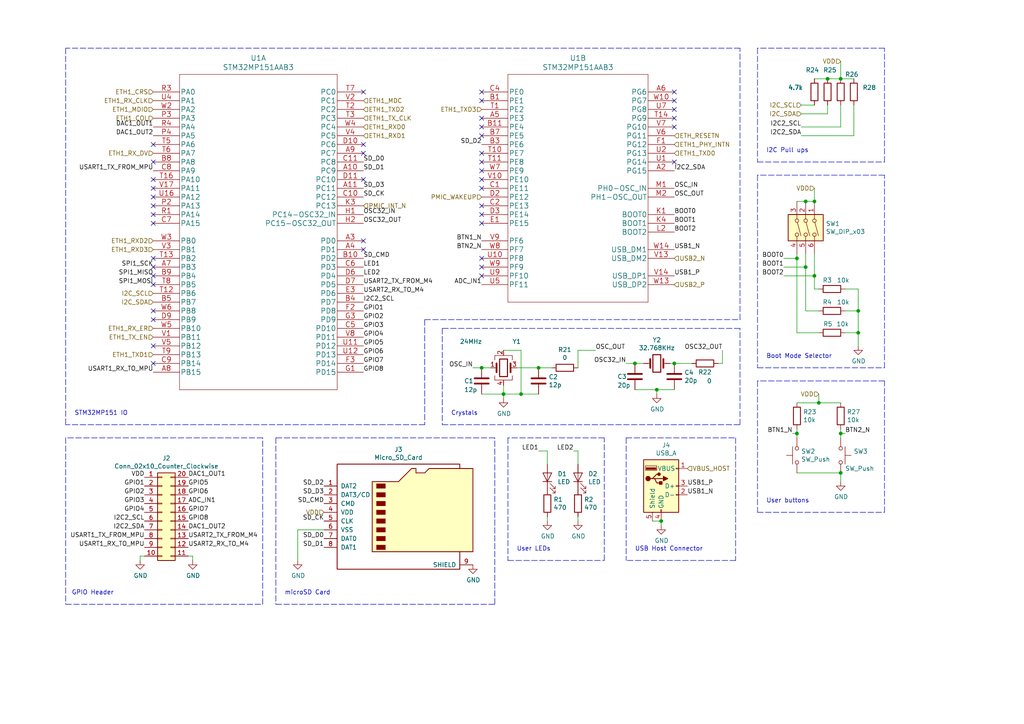
<source format=kicad_sch>
(kicad_sch (version 20211123) (generator eeschema)
  (paper "A4")
  (junction (at 243.84 125.73))
  (junction (at 190.5 113.03))
  (junction (at 243.84 22.86))
  (junction (at 151.13 114.3))
  (junction (at 236.22 80.01))
  (junction (at 156.21 106.68))
  (junction (at 243.84 137.16))
  (junction (at 233.68 77.47))
  (junction (at 233.68 58.42))
  (junction (at 231.14 74.93))
  (junction (at 195.58 105.41))
  (junction (at 248.92 90.17))
  (junction (at 184.15 105.41))
  (junction (at 236.22 58.42))
  (junction (at 191.77 151.13))
  (junction (at 240.03 22.86))
  (junction (at 237.49 116.84))
  (junction (at 248.92 96.52))
  (junction (at 146.05 114.3))
  (junction (at 231.14 125.73))
  (junction (at 139.7 106.68))
  (no_connect (at 44.45 77.47))
  (no_connect (at 139.7 39.37))
  (no_connect (at 139.7 46.99))
  (no_connect (at 105.41 52.07))
  (no_connect (at 44.45 57.15))
  (no_connect (at 139.7 74.93))
  (no_connect (at 44.45 62.23))
  (no_connect (at 44.45 74.93))
  (no_connect (at 139.7 52.07))
  (no_connect (at 139.7 34.29))
  (no_connect (at 195.58 46.99))
  (no_connect (at 44.45 54.61))
  (no_connect (at 44.45 41.91))
  (no_connect (at 139.7 54.61))
  (no_connect (at 105.41 44.45))
  (no_connect (at 105.41 72.39))
  (no_connect (at 139.7 36.83))
  (no_connect (at 139.7 64.77))
  (no_connect (at 44.45 90.17))
  (no_connect (at 44.45 52.07))
  (no_connect (at 139.7 62.23))
  (no_connect (at 195.58 36.83))
  (no_connect (at 139.7 80.01))
  (no_connect (at 105.41 69.85))
  (no_connect (at 105.41 26.67))
  (no_connect (at 44.45 80.01))
  (no_connect (at 195.58 34.29))
  (no_connect (at 44.45 59.69))
  (no_connect (at 44.45 64.77))
  (no_connect (at 139.7 26.67))
  (no_connect (at 105.41 41.91))
  (no_connect (at 195.58 31.75))
  (no_connect (at 44.45 100.33))
  (no_connect (at 44.45 82.55))
  (no_connect (at 139.7 44.45))
  (no_connect (at 195.58 29.21))
  (no_connect (at 195.58 26.67))
  (no_connect (at 44.45 46.99))
  (no_connect (at 139.7 59.69))
  (no_connect (at 44.45 92.71))
  (no_connect (at 139.7 29.21))
  (no_connect (at 139.7 77.47))
  (no_connect (at 44.45 105.41))
  (no_connect (at 139.7 49.53))
  (wire (pts (xy 237.49 116.84) (xy 237.49 114.3)))
  (wire (pts (xy 146.05 115.57) (xy 146.05 114.3)))
  (wire (pts (xy 151.13 114.3) (xy 156.21 114.3)))
  (wire (pts (xy 231.14 73.66) (xy 231.14 74.93)))
  (polyline (pts (xy 181.61 127) (xy 181.61 162.56)))
  (polyline (pts (xy 19.05 13.97) (xy 19.05 123.19)))
  (polyline (pts (xy 214.63 95.25) (xy 128.27 95.25)))
  (wire (pts (xy 40.64 162.56) (xy 40.64 161.29)))
  (polyline (pts (xy 256.54 50.8) (xy 219.71 50.8)))
  (polyline (pts (xy 214.63 123.19) (xy 214.63 95.25)))
  (wire (pts (xy 151.13 101.6) (xy 151.13 114.3)))
  (wire (pts (xy 227.33 74.93) (xy 231.14 74.93)))
  (wire (pts (xy 40.64 161.29) (xy 41.91 161.29)))
  (polyline (pts (xy 256.54 13.97) (xy 219.71 13.97)))
  (wire (pts (xy 167.64 101.6) (xy 172.72 101.6)))
  (wire (pts (xy 243.84 127) (xy 243.84 125.73)))
  (wire (pts (xy 245.11 96.52) (xy 248.92 96.52)))
  (wire (pts (xy 184.15 105.41) (xy 186.69 105.41)))
  (polyline (pts (xy 181.61 127) (xy 213.36 127)))
  (wire (pts (xy 245.11 83.82) (xy 248.92 83.82)))
  (polyline (pts (xy 213.36 162.56) (xy 181.61 162.56)))
  (wire (pts (xy 240.03 22.86) (xy 243.84 22.86)))
  (wire (pts (xy 243.84 17.78) (xy 243.84 22.86)))
  (polyline (pts (xy 175.26 127) (xy 147.32 127)))
  (wire (pts (xy 86.36 153.67) (xy 93.98 153.67)))
  (wire (pts (xy 146.05 114.3) (xy 146.05 111.76)))
  (wire (pts (xy 237.49 116.84) (xy 243.84 116.84)))
  (wire (pts (xy 232.41 39.37) (xy 247.65 39.37)))
  (wire (pts (xy 236.22 58.42) (xy 233.68 58.42)))
  (wire (pts (xy 139.7 106.68) (xy 142.24 106.68)))
  (polyline (pts (xy 175.26 162.56) (xy 175.26 127)))
  (polyline (pts (xy 219.71 46.99) (xy 256.54 46.99)))
  (wire (pts (xy 149.86 106.68) (xy 156.21 106.68)))
  (wire (pts (xy 181.61 105.41) (xy 184.15 105.41)))
  (wire (pts (xy 243.84 22.86) (xy 247.65 22.86)))
  (wire (pts (xy 139.7 114.3) (xy 146.05 114.3)))
  (wire (pts (xy 167.64 130.81) (xy 167.64 134.62)))
  (wire (pts (xy 233.68 58.42) (xy 231.14 58.42)))
  (polyline (pts (xy 19.05 127) (xy 19.05 175.26)))
  (wire (pts (xy 231.14 74.93) (xy 231.14 96.52)))
  (wire (pts (xy 209.55 105.41) (xy 208.28 105.41)))
  (wire (pts (xy 248.92 83.82) (xy 248.92 90.17)))
  (polyline (pts (xy 219.71 110.49) (xy 219.71 148.59)))
  (wire (pts (xy 240.03 33.02) (xy 240.03 30.48)))
  (polyline (pts (xy 80.01 175.26) (xy 143.51 175.26)))
  (polyline (pts (xy 143.51 175.26) (xy 143.51 127)))
  (polyline (pts (xy 76.2 175.26) (xy 76.2 127)))
  (polyline (pts (xy 143.51 127) (xy 80.01 127)))
  (wire (pts (xy 184.15 113.03) (xy 190.5 113.03)))
  (wire (pts (xy 209.55 101.6) (xy 209.55 105.41)))
  (polyline (pts (xy 123.19 92.71) (xy 123.19 123.19)))
  (wire (pts (xy 236.22 22.86) (xy 240.03 22.86)))
  (polyline (pts (xy 214.63 92.71) (xy 214.63 13.97)))
  (wire (pts (xy 146.05 101.6) (xy 151.13 101.6)))
  (wire (pts (xy 158.75 151.13) (xy 158.75 149.86)))
  (wire (pts (xy 55.88 162.56) (xy 55.88 161.29)))
  (wire (pts (xy 227.33 77.47) (xy 233.68 77.47)))
  (wire (pts (xy 195.58 105.41) (xy 200.66 105.41)))
  (wire (pts (xy 231.14 127) (xy 231.14 125.73)))
  (wire (pts (xy 243.84 139.7) (xy 243.84 137.16)))
  (wire (pts (xy 191.77 152.4) (xy 191.77 151.13)))
  (wire (pts (xy 236.22 80.01) (xy 236.22 83.82)))
  (wire (pts (xy 232.41 33.02) (xy 240.03 33.02)))
  (wire (pts (xy 236.22 83.82) (xy 237.49 83.82)))
  (polyline (pts (xy 219.71 50.8) (xy 219.71 106.68)))
  (wire (pts (xy 233.68 73.66) (xy 233.68 77.47)))
  (wire (pts (xy 160.02 106.68) (xy 156.21 106.68)))
  (wire (pts (xy 231.14 125.73) (xy 231.14 124.46)))
  (polyline (pts (xy 123.19 123.19) (xy 19.05 123.19)))
  (polyline (pts (xy 128.27 123.19) (xy 214.63 123.19)))
  (wire (pts (xy 243.84 36.83) (xy 243.84 30.48)))
  (polyline (pts (xy 256.54 110.49) (xy 219.71 110.49)))
  (wire (pts (xy 232.41 30.48) (xy 236.22 30.48)))
  (wire (pts (xy 236.22 54.61) (xy 236.22 58.42)))
  (wire (pts (xy 190.5 113.03) (xy 195.58 113.03)))
  (wire (pts (xy 248.92 90.17) (xy 248.92 96.52)))
  (wire (pts (xy 245.11 125.73) (xy 243.84 125.73)))
  (polyline (pts (xy 219.71 148.59) (xy 256.54 148.59)))
  (wire (pts (xy 166.37 130.81) (xy 167.64 130.81)))
  (wire (pts (xy 137.16 106.68) (xy 139.7 106.68)))
  (polyline (pts (xy 19.05 175.26) (xy 76.2 175.26)))
  (wire (pts (xy 158.75 130.81) (xy 158.75 134.62)))
  (polyline (pts (xy 76.2 127) (xy 19.05 127)))
  (wire (pts (xy 167.64 106.68) (xy 167.64 101.6)))
  (wire (pts (xy 232.41 36.83) (xy 243.84 36.83)))
  (polyline (pts (xy 147.32 127) (xy 147.32 162.56)))
  (wire (pts (xy 231.14 96.52) (xy 237.49 96.52)))
  (wire (pts (xy 247.65 39.37) (xy 247.65 30.48)))
  (wire (pts (xy 245.11 90.17) (xy 248.92 90.17)))
  (wire (pts (xy 227.33 80.01) (xy 236.22 80.01)))
  (wire (pts (xy 231.14 137.16) (xy 243.84 137.16)))
  (wire (pts (xy 243.84 125.73) (xy 243.84 124.46)))
  (wire (pts (xy 55.88 161.29) (xy 54.61 161.29)))
  (wire (pts (xy 248.92 96.52) (xy 248.92 100.33)))
  (wire (pts (xy 229.87 125.73) (xy 231.14 125.73)))
  (wire (pts (xy 151.13 114.3) (xy 146.05 114.3)))
  (wire (pts (xy 233.68 77.47) (xy 233.68 90.17)))
  (wire (pts (xy 167.64 151.13) (xy 167.64 149.86)))
  (polyline (pts (xy 147.32 162.56) (xy 175.26 162.56)))
  (wire (pts (xy 190.5 114.3) (xy 190.5 113.03)))
  (polyline (pts (xy 256.54 148.59) (xy 256.54 110.49)))
  (polyline (pts (xy 214.63 13.97) (xy 19.05 13.97)))
  (polyline (pts (xy 256.54 46.99) (xy 256.54 13.97)))
  (wire (pts (xy 194.31 105.41) (xy 195.58 105.41)))
  (polyline (pts (xy 123.19 92.71) (xy 214.63 92.71)))
  (polyline (pts (xy 128.27 95.25) (xy 128.27 123.19)))
  (polyline (pts (xy 219.71 106.68) (xy 256.54 106.68)))
  (polyline (pts (xy 256.54 106.68) (xy 256.54 50.8)))
  (polyline (pts (xy 213.36 127) (xy 213.36 162.56)))
  (wire (pts (xy 233.68 90.17) (xy 237.49 90.17)))
  (wire (pts (xy 236.22 73.66) (xy 236.22 80.01)))
  (wire (pts (xy 189.23 151.13) (xy 191.77 151.13)))
  (wire (pts (xy 86.36 162.56) (xy 86.36 153.67)))
  (wire (pts (xy 231.14 116.84) (xy 237.49 116.84)))
  (wire (pts (xy 156.21 130.81) (xy 158.75 130.81)))
  (polyline (pts (xy 80.01 127) (xy 80.01 175.26)))
  (polyline (pts (xy 219.71 13.97) (xy 219.71 46.99)))
  (text "Crystals" (at 130.81 120.65 0) (effects (font (size 1.27 1.27)) (justify left bottom)))
  (text "GPIO Header\n" (at 33.02 172.72 180) (effects (font (size 1.27 1.27)) (justify right bottom)))
  (text "User LEDs\n" (at 149.86 160.02 0) (effects (font (size 1.27 1.27)) (justify left bottom)))
  (text "STM32MP151 IO" (at 21.59 120.65 0) (effects (font (size 1.27 1.27)) (justify left bottom)))
  (text "I2C Pull ups\n" (at 222.25 44.45 0) (effects (font (size 1.27 1.27)) (justify left bottom)))
  (text "USB Host Connector" (at 184.15 160.02 0) (effects (font (size 1.27 1.27)) (justify left bottom)))
  (text "Boot Mode Selector" (at 222.25 104.14 0) (effects (font (size 1.27 1.27)) (justify left bottom)))
  (text "microSD Card\n" (at 82.55 172.72 0) (effects (font (size 1.27 1.27)) (justify left bottom)))
  (text "User buttons\n" (at 222.25 146.05 0) (effects (font (size 1.27 1.27)) (justify left bottom)))
  (label "GPIO6" (at 54.61 143.51 0))
  (label "BOOT0" (at 227.33 74.93 180))
  (label "GPIO7" (at 54.61 148.59 0))
  (label "DAC1_OUT1" (at 54.61 138.43 0))
  (label "GPIO8" (at 54.61 151.13 0))
  (label "GPIO5" (at 105.41 100.33 0))
  (label "SD_D0" (at 93.98 156.21 180))
  (label "USB1_P" (at 195.58 80.01 0))
  (label "USART2_TX_FROM_M4" (at 54.61 156.21 0))
  (label "LED1" (at 156.21 130.81 180))
  (label "SD_D2" (at 93.98 140.97 180))
  (label "I2C2_SCL" (at 41.91 151.13 180))
  (label "BTN2_N" (at 245.11 125.73 0))
  (label "GPIO7" (at 105.41 105.41 0))
  (label "GPIO4" (at 105.41 97.79 0))
  (label "USART2_RX_TO_M4" (at 105.41 85.09 0))
  (label "GPIO1" (at 105.41 90.17 0))
  (label "LED2" (at 166.37 130.81 180))
  (label "SD_CK" (at 93.98 151.13 180))
  (label "SD_D1" (at 93.98 158.75 180))
  (label "OSC_OUT" (at 195.58 57.15 0))
  (label "OSC32_IN" (at 105.41 62.23 0))
  (label "BOOT2" (at 227.33 80.01 180))
  (label "LED1" (at 105.41 77.47 0))
  (label "GPIO2" (at 105.41 92.71 0))
  (label "I2C2_SCL" (at 232.41 36.83 180))
  (label "SD_CK" (at 105.41 57.15 0))
  (label "DAC1_OUT2" (at 44.45 39.37 180))
  (label "USART1_TX_FROM_MPU" (at 44.45 49.53 180))
  (label "USB1_N" (at 195.58 72.39 0))
  (label "BTN1_N" (at 229.87 125.73 180))
  (label "GPIO6" (at 105.41 102.87 0))
  (label "GPIO8" (at 105.41 107.95 0))
  (label "I2C2_SDA" (at 41.91 153.67 180))
  (label "OSC32_OUT" (at 209.55 101.6 180))
  (label "OSC32_OUT" (at 105.41 64.77 0))
  (label "USART2_RX_TO_M4" (at 54.61 158.75 0))
  (label "I2C2_SCL" (at 105.41 87.63 0))
  (label "BOOT1" (at 195.58 64.77 0))
  (label "OSC_IN" (at 137.16 106.68 180))
  (label "OSC_OUT" (at 172.72 101.6 0))
  (label "SD_D3" (at 93.98 143.51 180))
  (label "SPI1_MISO" (at 44.45 80.01 180))
  (label "USB1_N" (at 199.39 143.51 0))
  (label "BTN1_N" (at 139.7 69.85 180))
  (label "GPIO3" (at 105.41 95.25 0))
  (label "LED2" (at 105.41 80.01 0))
  (label "ADC_IN1" (at 54.61 146.05 0))
  (label "GPIO5" (at 54.61 140.97 0))
  (label "BTN2_N" (at 139.7 72.39 180))
  (label "SD_D2" (at 139.7 41.91 180))
  (label "I2C2_SDA" (at 195.58 49.53 0))
  (label "USART1_TX_FROM_MPU" (at 41.91 156.21 180))
  (label "USART1_RX_TO_MPU" (at 44.45 107.95 180))
  (label "SD_D3" (at 105.41 54.61 0))
  (label "BOOT0" (at 195.58 62.23 0))
  (label "GPIO2" (at 41.91 143.51 180))
  (label "SD_CMD" (at 105.41 74.93 0))
  (label "VDD" (at 41.91 138.43 180))
  (label "USB1_P" (at 199.39 140.97 0))
  (label "SD_CMD" (at 93.98 146.05 180))
  (label "USART1_RX_TO_MPU" (at 41.91 158.75 180))
  (label "ADC_IN1" (at 139.7 82.55 180))
  (label "USART2_TX_FROM_M4" (at 105.41 82.55 0))
  (label "OSC32_IN" (at 181.61 105.41 180))
  (label "GPIO1" (at 41.91 140.97 180))
  (label "GPIO4" (at 41.91 148.59 180))
  (label "BOOT2" (at 195.58 67.31 0))
  (label "DAC1_OUT2" (at 54.61 153.67 0))
  (label "I2C2_SDA" (at 232.41 39.37 180))
  (label "BOOT1" (at 227.33 77.47 180))
  (label "OSC_IN" (at 195.58 54.61 0))
  (label "SPI1_SCK" (at 44.45 77.47 180))
  (label "SD_D0" (at 105.41 46.99 0))
  (label "SPI1_MOSI" (at 44.45 82.55 180))
  (label "SD_D1" (at 105.41 49.53 0))
  (label "GPIO3" (at 41.91 146.05 180))
  (label "DAC1_OUT1" (at 44.45 36.83 180))
  (hierarchical_label "ETH1_MDIO" (shape input) (at 44.45 31.75 180))
  (hierarchical_label "PMIC_INT_N" (shape input) (at 105.41 59.69 0))
  (hierarchical_label "ETH1_RX_ER" (shape input) (at 44.45 95.25 180))
  (hierarchical_label "ETH1_TX_EN" (shape input) (at 44.45 97.79 180))
  (hierarchical_label "VBUS_HOST" (shape input) (at 199.39 135.89 0))
  (hierarchical_label "ETH1_RXD3" (shape input) (at 44.45 72.39 180))
  (hierarchical_label "VDD" (shape input) (at 243.84 17.78 180))
  (hierarchical_label "ETH1_TXD1" (shape input) (at 44.45 102.87 180))
  (hierarchical_label "PMIC_WAKEUP" (shape input) (at 139.7 57.15 180))
  (hierarchical_label "USB2_P" (shape input) (at 195.58 82.55 0))
  (hierarchical_label "I2C_SDA" (shape input) (at 232.41 33.02 180))
  (hierarchical_label "VDD" (shape input) (at 236.22 54.61 180))
  (hierarchical_label "VDD" (shape input) (at 93.98 148.59 180))
  (hierarchical_label "I2C_SCL" (shape input) (at 44.45 85.09 180))
  (hierarchical_label "USB2_N" (shape input) (at 195.58 74.93 0))
  (hierarchical_label "I2C_SCL" (shape input) (at 232.41 30.48 180))
  (hierarchical_label "ETH1_CRS" (shape input) (at 44.45 26.67 180))
  (hierarchical_label "ETH1_MDC" (shape input) (at 105.41 29.21 0))
  (hierarchical_label "ETH1_PHY_INTN" (shape input) (at 195.58 41.91 0))
  (hierarchical_label "ETH1_RXD0" (shape input) (at 105.41 36.83 0))
  (hierarchical_label "VDD" (shape input) (at 237.49 114.3 180))
  (hierarchical_label "ETH1_RXD2" (shape input) (at 44.45 69.85 180))
  (hierarchical_label "ETH1_TXD0" (shape input) (at 195.58 44.45 0))
  (hierarchical_label "ETH1_COL" (shape input) (at 44.45 34.29 180))
  (hierarchical_label "ETH_RESETN" (shape input) (at 195.58 39.37 0))
  (hierarchical_label "ETH1_TX_CLK" (shape input) (at 105.41 34.29 0))
  (hierarchical_label "ETH1_RX_CLK" (shape input) (at 44.45 29.21 180))
  (hierarchical_label "ETH1_RXD1" (shape input) (at 105.41 39.37 0))
  (hierarchical_label "ETH1_RX_DV" (shape input) (at 44.45 44.45 180))
  (hierarchical_label "ETH1_TXD2" (shape input) (at 105.41 31.75 0))
  (hierarchical_label "I2C_SDA" (shape input) (at 44.45 87.63 180))
  (hierarchical_label "ETH1_TXD3" (shape input) (at 139.7 31.75 180))
  (symbol (lib_id "LinuxBoard:STM32MP151AAB3") (at 44.45 26.67 0) (unit 1)
    (property "Reference" "U1" (at 74.93 16.8402 0) (effects (font (size 1.524 1.524))))
    (property "Value" "STM32MP151AAB3" (at 74.93 19.5326 0) (effects (font (size 1.524 1.524))))
    (property "Footprint" "LinuxBoard:STM32MP151AAB3" (effects hide))
  )
  (symbol (lib_id "LinuxBoard:STM32MP151AAB3") (at 139.7 26.67 0) (unit 2)
    (property "Reference" "U1" (at 167.64 16.8402 0) (effects (font (size 1.524 1.524))))
    (property "Value" "STM32MP151AAB3" (at 167.64 19.5326 0) (effects (font (size 1.524 1.524))))
    (property "Footprint" "LinuxBoard:STM32MP151AAB3" (effects hide))
  )
  (symbol (lib_id "Switch:SW_DIP_x03") (at 231.14 66.04 270) (unit 1)
    (property "Reference" "SW1" (at 239.522 64.8716 90) (effects (justify left)))
    (property "Value" "SW_DIP_x03" (at 239.522 67.183 90) (effects (justify left)))
    (property "Footprint" "Button_Switch_SMD:SW_DIP_SPSTx03_Slide_Omron_A6S-310x_W8.9mm_P2.54mm" (effects hide))
  )
  (symbol (lib_id "Device:R") (at 241.3 96.52 270) (unit 1)
    (property "Reference" "R5" (at 238.76 93.98 90) (effects (justify left)))
    (property "Value" "10k" (at 242.57 93.98 90) (effects (justify left)))
    (property "Footprint" "Resistor_SMD:R_0603_1608Metric_Pad1.05x0.95mm_HandSolder" (effects hide))
  )
  (symbol (lib_id "Device:R") (at 241.3 90.17 90) (unit 1)
    (property "Reference" "R4" (at 241.3 87.63 90) (effects (justify left)))
    (property "Value" "10k" (at 246.38 87.63 90) (effects (justify left)))
    (property "Footprint" "Resistor_SMD:R_0603_1608Metric_Pad1.05x0.95mm_HandSolder" (effects hide))
  )
  (symbol (lib_id "Device:R") (at 241.3 83.82 90) (unit 1)
    (property "Reference" "R3" (at 241.3 81.28 90) (effects (justify left)))
    (property "Value" "10k" (at 246.38 81.28 90) (effects (justify left)))
    (property "Footprint" "Resistor_SMD:R_0603_1608Metric_Pad1.05x0.95mm_HandSolder" (effects hide))
  )
  (symbol (lib_id "Device:Crystal_GND24") (at 146.05 106.68 0) (unit 1)
    (property "Reference" "Y1" (at 148.59 99.06 0) (effects (justify left)))
    (property "Value" "24MHz" (at 133.35 99.06 0) (effects (justify left)))
    (property "Footprint" "Crystal:Crystal_SMD_2016-4Pin_2.0x1.6mm" (effects hide))
  )
  (symbol (lib_id "Device:R") (at 158.75 146.05 0)
    (property "Reference" "R1" (at 160.528 144.8816 0) (effects (justify left)))
    (property "Value" "470" (at 160.528 147.193 0) (effects (justify left)))
    (property "Footprint" "Resistor_SMD:R_0603_1608Metric_Pad1.05x0.95mm_HandSolder" (effects hide))
  )
  (symbol (lib_id "Device:LED") (at 158.75 138.43 90)
    (property "Reference" "D1" (at 161.7218 137.4394 90) (effects (justify right)))
    (property "Value" "LED" (at 161.7218 139.7508 90) (effects (justify right)))
    (property "Footprint" "LED_SMD:LED_0603_1608Metric" (effects hide))
  )
  (symbol (lib_id "power:GND") (at 158.75 151.13 0)
    (property "Reference" "#PWR06" (effects hide))
    (property "Value" "GND" (at 158.877 155.5242 0))
  )
  (symbol (lib_id "Device:R") (at 167.64 146.05 0)
    (property "Reference" "R2" (at 169.418 144.8816 0) (effects (justify left)))
    (property "Value" "470" (at 169.418 147.193 0) (effects (justify left)))
    (property "Footprint" "Resistor_SMD:R_0603_1608Metric_Pad1.05x0.95mm_HandSolder" (effects hide))
  )
  (symbol (lib_id "Device:LED") (at 167.64 138.43 90)
    (property "Reference" "D2" (at 170.6118 137.4394 90) (effects (justify right)))
    (property "Value" "LED" (at 170.6118 139.7508 90) (effects (justify right)))
    (property "Footprint" "LED_SMD:LED_0603_1608Metric" (effects hide))
  )
  (symbol (lib_id "power:GND") (at 167.64 151.13 0)
    (property "Reference" "#PWR07" (effects hide))
    (property "Value" "GND" (at 167.767 155.5242 0))
  )
  (symbol (lib_id "Connector:Micro_SD_Card") (at 116.84 148.59 0) (unit 1)
    (property "Reference" "J3" (at 115.57 130.3782 0))
    (property "Value" "Micro_SD_Card" (at 115.57 132.6896 0))
    (property "Footprint" "Connector_Card:microSD_HC_Wuerth_693072010801" (effects hide))
    (property "Datasheet" "http://katalog.we-online.de/em/datasheet/693072010801.pdf" (effects hide))
  )
  (symbol (lib_id "power:GND") (at 137.16 163.83 0) (unit 1)
    (property "Reference" "#PWR02" (effects hide))
    (property "Value" "GND" (at 137.287 168.2242 0))
  )
  (symbol (lib_id "power:GND") (at 86.36 162.56 0) (unit 1)
    (property "Reference" "#PWR01" (effects hide))
    (property "Value" "GND" (at 86.487 166.9542 0))
  )
  (symbol (lib_id "power:GND") (at 55.88 162.56 0) (unit 1)
    (property "Reference" "#PWR010" (effects hide))
    (property "Value" "GND" (at 56.007 166.9542 0))
  )
  (symbol (lib_id "power:GND") (at 40.64 162.56 0) (unit 1)
    (property "Reference" "#PWR05" (effects hide))
    (property "Value" "GND" (at 40.767 166.9542 0))
  )
  (symbol (lib_id "Device:Crystal") (at 190.5 105.41 0) (unit 1)
    (property "Reference" "Y2" (at 190.5 98.6028 0))
    (property "Value" "32.768KHz" (at 190.5 100.9142 0))
    (property "Footprint" "Crystal:Crystal_SMD_TXC_9HT11-2Pin_2.0x1.2mm" (effects hide))
  )
  (symbol (lib_id "Device:R") (at 204.47 105.41 270) (unit 1)
    (property "Reference" "R22" (at 204.47 107.95 90))
    (property "Value" "0" (at 205.74 110.49 90))
    (property "Footprint" "Resistor_SMD:R_0603_1608Metric_Pad1.05x0.95mm_HandSolder" (effects hide))
  )
  (symbol (lib_id "Device:R") (at 163.83 106.68 270) (unit 1)
    (property "Reference" "R21" (at 163.83 101.4222 90))
    (property "Value" "0" (at 163.83 103.7336 90))
    (property "Footprint" "Resistor_SMD:R_0603_1608Metric_Pad1.05x0.95mm_HandSolder" (effects hide))
  )
  (symbol (lib_id "Switch:SW_Push") (at 243.84 132.08 270) (unit 1)
    (property "Reference" "SW3" (at 247.5992 130.9116 90) (effects (justify left)))
    (property "Value" "SW_Push" (at 245.11 135.89 90) (effects (justify left)))
    (property "Footprint" "Button_Switch_SMD:SW_Push_1P1T_NO_6x6mm_H9.5mm" (effects hide))
  )
  (symbol (lib_id "Switch:SW_Push") (at 231.14 132.08 90) (unit 1)
    (property "Reference" "SW2" (at 232.3592 130.9116 90) (effects (justify right)))
    (property "Value" "SW_Push" (at 232.3592 133.223 90) (effects (justify right)))
    (property "Footprint" "Button_Switch_SMD:SW_Push_1P1T_NO_6x6mm_H9.5mm" (effects hide))
  )
  (symbol (lib_id "Device:R") (at 231.14 120.65 0) (unit 1)
    (property "Reference" "R23" (at 232.918 119.4816 0) (effects (justify left)))
    (property "Value" "10k" (at 232.918 121.793 0) (effects (justify left)))
    (property "Footprint" "Resistor_SMD:R_0603_1608Metric_Pad1.05x0.95mm_HandSolder" (effects hide))
  )
  (symbol (lib_id "Device:R") (at 243.84 120.65 0) (unit 1)
    (property "Reference" "R27" (at 245.618 119.4816 0) (effects (justify left)))
    (property "Value" "10k" (at 245.618 121.793 0) (effects (justify left)))
    (property "Footprint" "Resistor_SMD:R_0603_1608Metric_Pad1.05x0.95mm_HandSolder" (effects hide))
  )
  (symbol (lib_id "power:GND") (at 243.84 139.7 0) (unit 1)
    (property "Reference" "#PWR011" (effects hide))
    (property "Value" "GND" (at 243.967 144.0942 0))
  )
  (symbol (lib_id "Device:R") (at 236.22 26.67 0) (unit 1)
    (property "Reference" "R24" (at 233.68 20.32 0) (effects (justify left)))
    (property "Value" "4.7k" (at 228.6 25.4 0) (effects (justify left)))
    (property "Footprint" "Resistor_SMD:R_0603_1608Metric_Pad1.05x0.95mm_HandSolder" (effects hide))
  )
  (symbol (lib_id "Device:R") (at 240.03 26.67 0) (unit 1)
    (property "Reference" "R25" (at 238.76 20.32 0) (effects (justify left)))
    (property "Value" "4.7k" (at 228.6 25.4 0) (effects (justify left)))
    (property "Footprint" "Resistor_SMD:R_0603_1608Metric_Pad1.05x0.95mm_HandSolder" (effects hide))
  )
  (symbol (lib_id "Device:R") (at 243.84 26.67 0) (unit 1)
    (property "Reference" "R26" (at 245.11 21.59 0) (effects (justify left)))
    (property "Value" "4.7k" (at 228.6 25.4 0) (effects (justify left)))
    (property "Footprint" "Resistor_SMD:R_0603_1608Metric_Pad1.05x0.95mm_HandSolder" (effects hide))
  )
  (symbol (lib_id "Device:R") (at 247.65 26.67 0) (unit 1)
    (property "Reference" "R28" (at 250.19 25.4 0) (effects (justify left)))
    (property "Value" "4.7k" (at 228.6 25.4 0) (effects (justify left)))
    (property "Footprint" "Resistor_SMD:R_0603_1608Metric_Pad1.05x0.95mm_HandSolder" (effects hide))
  )
  (symbol (lib_id "power:GND") (at 248.92 100.33 0) (unit 1)
    (property "Reference" "#PWR08" (effects hide))
    (property "Value" "GND" (at 249.047 104.7242 0))
  )
  (symbol (lib_id "Connector_Generic:Conn_02x10_Counter_Clockwise") (at 46.99 148.59 0) (unit 1)
    (property "Reference" "J2" (at 48.26 132.9182 0))
    (property "Value" "Conn_02x10_Counter_Clockwise" (at 48.26 135.2296 0))
    (property "Footprint" "Connector_IDC:IDC-Header_2x10_P2.54mm_Vertical" (effects hide))
  )
  (symbol (lib_id "power:GND") (at 146.05 115.57 0) (unit 1)
    (property "Reference" "#PWR03" (effects hide))
    (property "Value" "GND" (at 146.177 119.9642 0))
  )
  (symbol (lib_id "Device:C") (at 156.21 110.49 0) (unit 1)
    (property "Reference" "C2" (at 159.131 109.3216 0) (effects (justify left)))
    (property "Value" "12p" (at 159.131 111.633 0) (effects (justify left)))
    (property "Footprint" "Capacitor_SMD:C_0603_1608Metric" (effects hide))
  )
  (symbol (lib_id "Device:C") (at 139.7 110.49 0) (unit 1)
    (property "Reference" "C1" (at 134.62 110.49 0) (effects (justify left)))
    (property "Value" "12p" (at 134.62 113.03 0) (effects (justify left)))
    (property "Footprint" "Capacitor_SMD:C_0603_1608Metric" (effects hide))
  )
  (symbol (lib_id "power:GND") (at 190.5 114.3 0) (unit 1)
    (property "Reference" "#PWR09" (effects hide))
    (property "Value" "GND" (at 190.627 118.6942 0))
  )
  (symbol (lib_id "Device:C") (at 195.58 109.22 0) (unit 1)
    (property "Reference" "C4" (at 198.501 108.0516 0) (effects (justify left)))
    (property "Value" "20p" (at 198.501 110.363 0) (effects (justify left)))
    (property "Footprint" "Capacitor_SMD:C_0603_1608Metric" (effects hide))
  )
  (symbol (lib_id "Device:C") (at 184.15 109.22 0) (unit 1)
    (property "Reference" "C3" (at 179.07 109.22 0) (effects (justify left)))
    (property "Value" "20p" (at 179.07 111.76 0) (effects (justify left)))
    (property "Footprint" "Capacitor_SMD:C_0603_1608Metric" (effects hide))
  )
  (symbol (lib_id "Connector:USB_A") (at 191.77 140.97 0) (unit 1)
    (property "Reference" "J4" (at 193.2178 129.1082 0))
    (property "Value" "USB_A" (at 193.2178 131.4196 0))
    (property "Footprint" "Connector_USB:USB_A_Stewart_SS-52100-001_Horizontal" (effects hide))
    (property "Datasheet" " ~" (effects hide))
  )
  (symbol (lib_id "power:GND") (at 191.77 152.4 0) (unit 1)
    (property "Reference" "#PWR04" (effects hide))
    (property "Value" "GND" (at 191.897 156.7942 0))
  )
)
</source>
